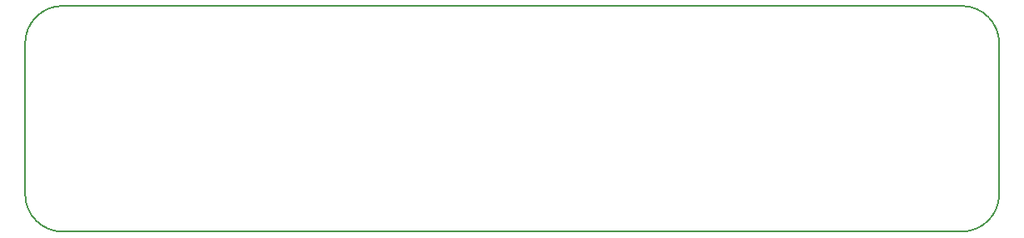
<source format=gm1>
G04 #@! TF.FileFunction,Profile,NP*
%FSLAX46Y46*%
G04 Gerber Fmt 4.6, Leading zero omitted, Abs format (unit mm)*
G04 Created by KiCad (PCBNEW 4.0.7) date 01/27/20 16:21:50*
%MOMM*%
%LPD*%
G01*
G04 APERTURE LIST*
%ADD10C,0.100000*%
%ADD11C,0.150000*%
G04 APERTURE END LIST*
D10*
D11*
X196850000Y-114300000D02*
X196850000Y-98960000D01*
X97790000Y-114300000D02*
X97790000Y-98960000D01*
X101600000Y-95150000D02*
G75*
G03X97790000Y-98960000I0J-3810000D01*
G01*
X101600000Y-95150000D02*
X193040000Y-95150000D01*
X196850000Y-98960000D02*
G75*
G03X193040000Y-95150000I-3810000J0D01*
G01*
X193040000Y-118110000D02*
X101600000Y-118110000D01*
X193040000Y-118110000D02*
G75*
G03X196850000Y-114300000I0J3810000D01*
G01*
X97790000Y-114300000D02*
G75*
G03X101600000Y-118110000I3810000J0D01*
G01*
M02*

</source>
